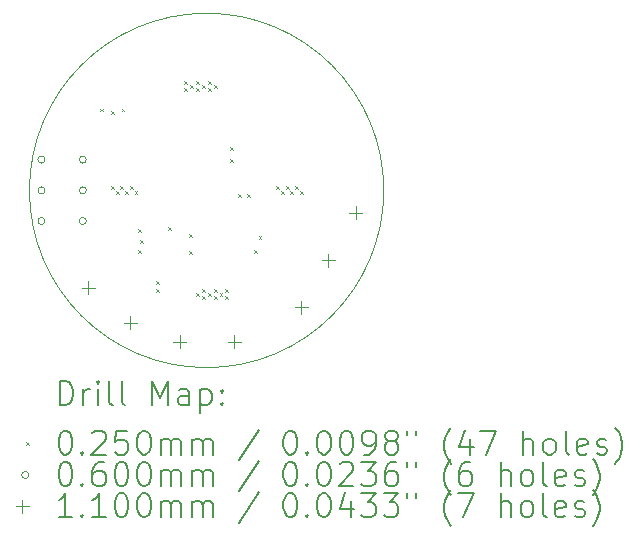
<source format=gbr>
%TF.GenerationSoftware,KiCad,Pcbnew,8.0.0*%
%TF.CreationDate,2024-03-10T03:07:15-05:00*%
%TF.ProjectId,Flashlight,466c6173-686c-4696-9768-742e6b696361,1.0*%
%TF.SameCoordinates,Original*%
%TF.FileFunction,Drillmap*%
%TF.FilePolarity,Positive*%
%FSLAX45Y45*%
G04 Gerber Fmt 4.5, Leading zero omitted, Abs format (unit mm)*
G04 Created by KiCad (PCBNEW 8.0.0) date 2024-03-10 03:07:15*
%MOMM*%
%LPD*%
G01*
G04 APERTURE LIST*
%ADD10C,0.100000*%
%ADD11C,0.200000*%
%ADD12C,0.110000*%
G04 APERTURE END LIST*
D10*
X12988000Y-6481000D02*
G75*
G02*
X9988000Y-6481000I-1500000J0D01*
G01*
X9988000Y-6481000D02*
G75*
G02*
X12988000Y-6481000I1500000J0D01*
G01*
D11*
D10*
X10587500Y-5787500D02*
X10612500Y-5812500D01*
X10612500Y-5787500D02*
X10587500Y-5812500D01*
X10677500Y-5807500D02*
X10702500Y-5832500D01*
X10702500Y-5807500D02*
X10677500Y-5832500D01*
X10677500Y-6447500D02*
X10702500Y-6472500D01*
X10702500Y-6447500D02*
X10677500Y-6472500D01*
X10717500Y-6487500D02*
X10742500Y-6512500D01*
X10742500Y-6487500D02*
X10717500Y-6512500D01*
X10757500Y-6447500D02*
X10782500Y-6472500D01*
X10782500Y-6447500D02*
X10757500Y-6472500D01*
X10767500Y-5787500D02*
X10792500Y-5812500D01*
X10792500Y-5787500D02*
X10767500Y-5812500D01*
X10797500Y-6487500D02*
X10822500Y-6512500D01*
X10822500Y-6487500D02*
X10797500Y-6512500D01*
X10837500Y-6447500D02*
X10862500Y-6472500D01*
X10862500Y-6447500D02*
X10837500Y-6472500D01*
X10877500Y-6487500D02*
X10902500Y-6512500D01*
X10902500Y-6487500D02*
X10877500Y-6512500D01*
X10907500Y-6807500D02*
X10932500Y-6832500D01*
X10932500Y-6807500D02*
X10907500Y-6832500D01*
X10907500Y-6987500D02*
X10932500Y-7012500D01*
X10932500Y-6987500D02*
X10907500Y-7012500D01*
X10927500Y-6897500D02*
X10952500Y-6922500D01*
X10952500Y-6897500D02*
X10927500Y-6922500D01*
X11057500Y-7247500D02*
X11082500Y-7272500D01*
X11082500Y-7247500D02*
X11057500Y-7272500D01*
X11057500Y-7317500D02*
X11082500Y-7342500D01*
X11082500Y-7317500D02*
X11057500Y-7342500D01*
X11162500Y-6792500D02*
X11187500Y-6817500D01*
X11187500Y-6792500D02*
X11162500Y-6817500D01*
X11297500Y-5557500D02*
X11322500Y-5582500D01*
X11322500Y-5557500D02*
X11297500Y-5582500D01*
X11297500Y-5617500D02*
X11322500Y-5642500D01*
X11322500Y-5617500D02*
X11297500Y-5642500D01*
X11337500Y-6847500D02*
X11362500Y-6872500D01*
X11362500Y-6847500D02*
X11337500Y-6872500D01*
X11337500Y-6992500D02*
X11362500Y-7017500D01*
X11362500Y-6992500D02*
X11337500Y-7017500D01*
X11347500Y-5587500D02*
X11372500Y-5612500D01*
X11372500Y-5587500D02*
X11347500Y-5612500D01*
X11397500Y-5557500D02*
X11422500Y-5582500D01*
X11422500Y-5557500D02*
X11397500Y-5582500D01*
X11397500Y-5617500D02*
X11422500Y-5642500D01*
X11422500Y-5617500D02*
X11397500Y-5642500D01*
X11397500Y-7347500D02*
X11422500Y-7372500D01*
X11422500Y-7347500D02*
X11397500Y-7372500D01*
X11447500Y-5587500D02*
X11472500Y-5612500D01*
X11472500Y-5587500D02*
X11447500Y-5612500D01*
X11447500Y-7317500D02*
X11472500Y-7342500D01*
X11472500Y-7317500D02*
X11447500Y-7342500D01*
X11447500Y-7377500D02*
X11472500Y-7402500D01*
X11472500Y-7377500D02*
X11447500Y-7402500D01*
X11497500Y-5557500D02*
X11522500Y-5582500D01*
X11522500Y-5557500D02*
X11497500Y-5582500D01*
X11497500Y-5617500D02*
X11522500Y-5642500D01*
X11522500Y-5617500D02*
X11497500Y-5642500D01*
X11497500Y-7347500D02*
X11522500Y-7372500D01*
X11522500Y-7347500D02*
X11497500Y-7372500D01*
X11547500Y-5587500D02*
X11572500Y-5612500D01*
X11572500Y-5587500D02*
X11547500Y-5612500D01*
X11547500Y-7317500D02*
X11572500Y-7342500D01*
X11572500Y-7317500D02*
X11547500Y-7342500D01*
X11547500Y-7377500D02*
X11572500Y-7402500D01*
X11572500Y-7377500D02*
X11547500Y-7402500D01*
X11597500Y-7347500D02*
X11622500Y-7372500D01*
X11622500Y-7347500D02*
X11597500Y-7372500D01*
X11647500Y-7317500D02*
X11672500Y-7342500D01*
X11672500Y-7317500D02*
X11647500Y-7342500D01*
X11647500Y-7377500D02*
X11672500Y-7402500D01*
X11672500Y-7377500D02*
X11647500Y-7402500D01*
X11687500Y-6111069D02*
X11712500Y-6136069D01*
X11712500Y-6111069D02*
X11687500Y-6136069D01*
X11687500Y-6217500D02*
X11712500Y-6242500D01*
X11712500Y-6217500D02*
X11687500Y-6242500D01*
X11757500Y-6507500D02*
X11782500Y-6532500D01*
X11782500Y-6507500D02*
X11757500Y-6532500D01*
X11827500Y-6507500D02*
X11852500Y-6532500D01*
X11852500Y-6507500D02*
X11827500Y-6532500D01*
X11887500Y-6987500D02*
X11912500Y-7012500D01*
X11912500Y-6987500D02*
X11887500Y-7012500D01*
X11927500Y-6867500D02*
X11952500Y-6892500D01*
X11952500Y-6867500D02*
X11927500Y-6892500D01*
X12077500Y-6447500D02*
X12102500Y-6472500D01*
X12102500Y-6447500D02*
X12077500Y-6472500D01*
X12117500Y-6487500D02*
X12142500Y-6512500D01*
X12142500Y-6487500D02*
X12117500Y-6512500D01*
X12157500Y-6447500D02*
X12182500Y-6472500D01*
X12182500Y-6447500D02*
X12157500Y-6472500D01*
X12197500Y-6487500D02*
X12222500Y-6512500D01*
X12222500Y-6487500D02*
X12197500Y-6512500D01*
X12237500Y-6447500D02*
X12262500Y-6472500D01*
X12262500Y-6447500D02*
X12237500Y-6472500D01*
X12277500Y-6487500D02*
X12302500Y-6512500D01*
X12302500Y-6487500D02*
X12277500Y-6512500D01*
X10120000Y-6220000D02*
G75*
G02*
X10060000Y-6220000I-30000J0D01*
G01*
X10060000Y-6220000D02*
G75*
G02*
X10120000Y-6220000I30000J0D01*
G01*
X10120000Y-6480000D02*
G75*
G02*
X10060000Y-6480000I-30000J0D01*
G01*
X10060000Y-6480000D02*
G75*
G02*
X10120000Y-6480000I30000J0D01*
G01*
X10120000Y-6740000D02*
G75*
G02*
X10060000Y-6740000I-30000J0D01*
G01*
X10060000Y-6740000D02*
G75*
G02*
X10120000Y-6740000I30000J0D01*
G01*
X10470000Y-6220000D02*
G75*
G02*
X10410000Y-6220000I-30000J0D01*
G01*
X10410000Y-6220000D02*
G75*
G02*
X10470000Y-6220000I30000J0D01*
G01*
X10470000Y-6480000D02*
G75*
G02*
X10410000Y-6480000I-30000J0D01*
G01*
X10410000Y-6480000D02*
G75*
G02*
X10470000Y-6480000I30000J0D01*
G01*
X10470000Y-6740000D02*
G75*
G02*
X10410000Y-6740000I-30000J0D01*
G01*
X10410000Y-6740000D02*
G75*
G02*
X10470000Y-6740000I30000J0D01*
G01*
D12*
X10487620Y-7249318D02*
X10487620Y-7359318D01*
X10432620Y-7304318D02*
X10542620Y-7304318D01*
X10840000Y-7545000D02*
X10840000Y-7655000D01*
X10785000Y-7600000D02*
X10895000Y-7600000D01*
X11260000Y-7705000D02*
X11260000Y-7815000D01*
X11205000Y-7760000D02*
X11315000Y-7760000D01*
X11720000Y-7705000D02*
X11720000Y-7815000D01*
X11665000Y-7760000D02*
X11775000Y-7760000D01*
X12290000Y-7413372D02*
X12290000Y-7523372D01*
X12235000Y-7468372D02*
X12345000Y-7468372D01*
X12520000Y-7015000D02*
X12520000Y-7125000D01*
X12465000Y-7070000D02*
X12575000Y-7070000D01*
X12750000Y-6616628D02*
X12750000Y-6726628D01*
X12695000Y-6671628D02*
X12805000Y-6671628D01*
D11*
X10243777Y-8297484D02*
X10243777Y-8097484D01*
X10243777Y-8097484D02*
X10291396Y-8097484D01*
X10291396Y-8097484D02*
X10319967Y-8107008D01*
X10319967Y-8107008D02*
X10339015Y-8126055D01*
X10339015Y-8126055D02*
X10348539Y-8145103D01*
X10348539Y-8145103D02*
X10358063Y-8183198D01*
X10358063Y-8183198D02*
X10358063Y-8211769D01*
X10358063Y-8211769D02*
X10348539Y-8249865D01*
X10348539Y-8249865D02*
X10339015Y-8268912D01*
X10339015Y-8268912D02*
X10319967Y-8287960D01*
X10319967Y-8287960D02*
X10291396Y-8297484D01*
X10291396Y-8297484D02*
X10243777Y-8297484D01*
X10443777Y-8297484D02*
X10443777Y-8164150D01*
X10443777Y-8202246D02*
X10453301Y-8183198D01*
X10453301Y-8183198D02*
X10462824Y-8173674D01*
X10462824Y-8173674D02*
X10481872Y-8164150D01*
X10481872Y-8164150D02*
X10500920Y-8164150D01*
X10567586Y-8297484D02*
X10567586Y-8164150D01*
X10567586Y-8097484D02*
X10558063Y-8107008D01*
X10558063Y-8107008D02*
X10567586Y-8116531D01*
X10567586Y-8116531D02*
X10577110Y-8107008D01*
X10577110Y-8107008D02*
X10567586Y-8097484D01*
X10567586Y-8097484D02*
X10567586Y-8116531D01*
X10691396Y-8297484D02*
X10672348Y-8287960D01*
X10672348Y-8287960D02*
X10662824Y-8268912D01*
X10662824Y-8268912D02*
X10662824Y-8097484D01*
X10796158Y-8297484D02*
X10777110Y-8287960D01*
X10777110Y-8287960D02*
X10767586Y-8268912D01*
X10767586Y-8268912D02*
X10767586Y-8097484D01*
X11024729Y-8297484D02*
X11024729Y-8097484D01*
X11024729Y-8097484D02*
X11091396Y-8240341D01*
X11091396Y-8240341D02*
X11158063Y-8097484D01*
X11158063Y-8097484D02*
X11158063Y-8297484D01*
X11339015Y-8297484D02*
X11339015Y-8192722D01*
X11339015Y-8192722D02*
X11329491Y-8173674D01*
X11329491Y-8173674D02*
X11310443Y-8164150D01*
X11310443Y-8164150D02*
X11272348Y-8164150D01*
X11272348Y-8164150D02*
X11253301Y-8173674D01*
X11339015Y-8287960D02*
X11319967Y-8297484D01*
X11319967Y-8297484D02*
X11272348Y-8297484D01*
X11272348Y-8297484D02*
X11253301Y-8287960D01*
X11253301Y-8287960D02*
X11243777Y-8268912D01*
X11243777Y-8268912D02*
X11243777Y-8249865D01*
X11243777Y-8249865D02*
X11253301Y-8230817D01*
X11253301Y-8230817D02*
X11272348Y-8221293D01*
X11272348Y-8221293D02*
X11319967Y-8221293D01*
X11319967Y-8221293D02*
X11339015Y-8211769D01*
X11434253Y-8164150D02*
X11434253Y-8364150D01*
X11434253Y-8173674D02*
X11453301Y-8164150D01*
X11453301Y-8164150D02*
X11491396Y-8164150D01*
X11491396Y-8164150D02*
X11510443Y-8173674D01*
X11510443Y-8173674D02*
X11519967Y-8183198D01*
X11519967Y-8183198D02*
X11529491Y-8202246D01*
X11529491Y-8202246D02*
X11529491Y-8259388D01*
X11529491Y-8259388D02*
X11519967Y-8278436D01*
X11519967Y-8278436D02*
X11510443Y-8287960D01*
X11510443Y-8287960D02*
X11491396Y-8297484D01*
X11491396Y-8297484D02*
X11453301Y-8297484D01*
X11453301Y-8297484D02*
X11434253Y-8287960D01*
X11615205Y-8278436D02*
X11624729Y-8287960D01*
X11624729Y-8287960D02*
X11615205Y-8297484D01*
X11615205Y-8297484D02*
X11605682Y-8287960D01*
X11605682Y-8287960D02*
X11615205Y-8278436D01*
X11615205Y-8278436D02*
X11615205Y-8297484D01*
X11615205Y-8173674D02*
X11624729Y-8183198D01*
X11624729Y-8183198D02*
X11615205Y-8192722D01*
X11615205Y-8192722D02*
X11605682Y-8183198D01*
X11605682Y-8183198D02*
X11615205Y-8173674D01*
X11615205Y-8173674D02*
X11615205Y-8192722D01*
D10*
X9958000Y-8613500D02*
X9983000Y-8638500D01*
X9983000Y-8613500D02*
X9958000Y-8638500D01*
D11*
X10281872Y-8517484D02*
X10300920Y-8517484D01*
X10300920Y-8517484D02*
X10319967Y-8527008D01*
X10319967Y-8527008D02*
X10329491Y-8536531D01*
X10329491Y-8536531D02*
X10339015Y-8555579D01*
X10339015Y-8555579D02*
X10348539Y-8593674D01*
X10348539Y-8593674D02*
X10348539Y-8641293D01*
X10348539Y-8641293D02*
X10339015Y-8679389D01*
X10339015Y-8679389D02*
X10329491Y-8698436D01*
X10329491Y-8698436D02*
X10319967Y-8707960D01*
X10319967Y-8707960D02*
X10300920Y-8717484D01*
X10300920Y-8717484D02*
X10281872Y-8717484D01*
X10281872Y-8717484D02*
X10262824Y-8707960D01*
X10262824Y-8707960D02*
X10253301Y-8698436D01*
X10253301Y-8698436D02*
X10243777Y-8679389D01*
X10243777Y-8679389D02*
X10234253Y-8641293D01*
X10234253Y-8641293D02*
X10234253Y-8593674D01*
X10234253Y-8593674D02*
X10243777Y-8555579D01*
X10243777Y-8555579D02*
X10253301Y-8536531D01*
X10253301Y-8536531D02*
X10262824Y-8527008D01*
X10262824Y-8527008D02*
X10281872Y-8517484D01*
X10434253Y-8698436D02*
X10443777Y-8707960D01*
X10443777Y-8707960D02*
X10434253Y-8717484D01*
X10434253Y-8717484D02*
X10424729Y-8707960D01*
X10424729Y-8707960D02*
X10434253Y-8698436D01*
X10434253Y-8698436D02*
X10434253Y-8717484D01*
X10519967Y-8536531D02*
X10529491Y-8527008D01*
X10529491Y-8527008D02*
X10548539Y-8517484D01*
X10548539Y-8517484D02*
X10596158Y-8517484D01*
X10596158Y-8517484D02*
X10615205Y-8527008D01*
X10615205Y-8527008D02*
X10624729Y-8536531D01*
X10624729Y-8536531D02*
X10634253Y-8555579D01*
X10634253Y-8555579D02*
X10634253Y-8574627D01*
X10634253Y-8574627D02*
X10624729Y-8603198D01*
X10624729Y-8603198D02*
X10510444Y-8717484D01*
X10510444Y-8717484D02*
X10634253Y-8717484D01*
X10815205Y-8517484D02*
X10719967Y-8517484D01*
X10719967Y-8517484D02*
X10710444Y-8612722D01*
X10710444Y-8612722D02*
X10719967Y-8603198D01*
X10719967Y-8603198D02*
X10739015Y-8593674D01*
X10739015Y-8593674D02*
X10786634Y-8593674D01*
X10786634Y-8593674D02*
X10805682Y-8603198D01*
X10805682Y-8603198D02*
X10815205Y-8612722D01*
X10815205Y-8612722D02*
X10824729Y-8631770D01*
X10824729Y-8631770D02*
X10824729Y-8679389D01*
X10824729Y-8679389D02*
X10815205Y-8698436D01*
X10815205Y-8698436D02*
X10805682Y-8707960D01*
X10805682Y-8707960D02*
X10786634Y-8717484D01*
X10786634Y-8717484D02*
X10739015Y-8717484D01*
X10739015Y-8717484D02*
X10719967Y-8707960D01*
X10719967Y-8707960D02*
X10710444Y-8698436D01*
X10948539Y-8517484D02*
X10967586Y-8517484D01*
X10967586Y-8517484D02*
X10986634Y-8527008D01*
X10986634Y-8527008D02*
X10996158Y-8536531D01*
X10996158Y-8536531D02*
X11005682Y-8555579D01*
X11005682Y-8555579D02*
X11015205Y-8593674D01*
X11015205Y-8593674D02*
X11015205Y-8641293D01*
X11015205Y-8641293D02*
X11005682Y-8679389D01*
X11005682Y-8679389D02*
X10996158Y-8698436D01*
X10996158Y-8698436D02*
X10986634Y-8707960D01*
X10986634Y-8707960D02*
X10967586Y-8717484D01*
X10967586Y-8717484D02*
X10948539Y-8717484D01*
X10948539Y-8717484D02*
X10929491Y-8707960D01*
X10929491Y-8707960D02*
X10919967Y-8698436D01*
X10919967Y-8698436D02*
X10910444Y-8679389D01*
X10910444Y-8679389D02*
X10900920Y-8641293D01*
X10900920Y-8641293D02*
X10900920Y-8593674D01*
X10900920Y-8593674D02*
X10910444Y-8555579D01*
X10910444Y-8555579D02*
X10919967Y-8536531D01*
X10919967Y-8536531D02*
X10929491Y-8527008D01*
X10929491Y-8527008D02*
X10948539Y-8517484D01*
X11100920Y-8717484D02*
X11100920Y-8584150D01*
X11100920Y-8603198D02*
X11110444Y-8593674D01*
X11110444Y-8593674D02*
X11129491Y-8584150D01*
X11129491Y-8584150D02*
X11158063Y-8584150D01*
X11158063Y-8584150D02*
X11177110Y-8593674D01*
X11177110Y-8593674D02*
X11186634Y-8612722D01*
X11186634Y-8612722D02*
X11186634Y-8717484D01*
X11186634Y-8612722D02*
X11196158Y-8593674D01*
X11196158Y-8593674D02*
X11215205Y-8584150D01*
X11215205Y-8584150D02*
X11243777Y-8584150D01*
X11243777Y-8584150D02*
X11262824Y-8593674D01*
X11262824Y-8593674D02*
X11272348Y-8612722D01*
X11272348Y-8612722D02*
X11272348Y-8717484D01*
X11367586Y-8717484D02*
X11367586Y-8584150D01*
X11367586Y-8603198D02*
X11377110Y-8593674D01*
X11377110Y-8593674D02*
X11396158Y-8584150D01*
X11396158Y-8584150D02*
X11424729Y-8584150D01*
X11424729Y-8584150D02*
X11443777Y-8593674D01*
X11443777Y-8593674D02*
X11453301Y-8612722D01*
X11453301Y-8612722D02*
X11453301Y-8717484D01*
X11453301Y-8612722D02*
X11462824Y-8593674D01*
X11462824Y-8593674D02*
X11481872Y-8584150D01*
X11481872Y-8584150D02*
X11510443Y-8584150D01*
X11510443Y-8584150D02*
X11529491Y-8593674D01*
X11529491Y-8593674D02*
X11539015Y-8612722D01*
X11539015Y-8612722D02*
X11539015Y-8717484D01*
X11929491Y-8507960D02*
X11758063Y-8765103D01*
X12186634Y-8517484D02*
X12205682Y-8517484D01*
X12205682Y-8517484D02*
X12224729Y-8527008D01*
X12224729Y-8527008D02*
X12234253Y-8536531D01*
X12234253Y-8536531D02*
X12243777Y-8555579D01*
X12243777Y-8555579D02*
X12253301Y-8593674D01*
X12253301Y-8593674D02*
X12253301Y-8641293D01*
X12253301Y-8641293D02*
X12243777Y-8679389D01*
X12243777Y-8679389D02*
X12234253Y-8698436D01*
X12234253Y-8698436D02*
X12224729Y-8707960D01*
X12224729Y-8707960D02*
X12205682Y-8717484D01*
X12205682Y-8717484D02*
X12186634Y-8717484D01*
X12186634Y-8717484D02*
X12167586Y-8707960D01*
X12167586Y-8707960D02*
X12158063Y-8698436D01*
X12158063Y-8698436D02*
X12148539Y-8679389D01*
X12148539Y-8679389D02*
X12139015Y-8641293D01*
X12139015Y-8641293D02*
X12139015Y-8593674D01*
X12139015Y-8593674D02*
X12148539Y-8555579D01*
X12148539Y-8555579D02*
X12158063Y-8536531D01*
X12158063Y-8536531D02*
X12167586Y-8527008D01*
X12167586Y-8527008D02*
X12186634Y-8517484D01*
X12339015Y-8698436D02*
X12348539Y-8707960D01*
X12348539Y-8707960D02*
X12339015Y-8717484D01*
X12339015Y-8717484D02*
X12329491Y-8707960D01*
X12329491Y-8707960D02*
X12339015Y-8698436D01*
X12339015Y-8698436D02*
X12339015Y-8717484D01*
X12472348Y-8517484D02*
X12491396Y-8517484D01*
X12491396Y-8517484D02*
X12510444Y-8527008D01*
X12510444Y-8527008D02*
X12519967Y-8536531D01*
X12519967Y-8536531D02*
X12529491Y-8555579D01*
X12529491Y-8555579D02*
X12539015Y-8593674D01*
X12539015Y-8593674D02*
X12539015Y-8641293D01*
X12539015Y-8641293D02*
X12529491Y-8679389D01*
X12529491Y-8679389D02*
X12519967Y-8698436D01*
X12519967Y-8698436D02*
X12510444Y-8707960D01*
X12510444Y-8707960D02*
X12491396Y-8717484D01*
X12491396Y-8717484D02*
X12472348Y-8717484D01*
X12472348Y-8717484D02*
X12453301Y-8707960D01*
X12453301Y-8707960D02*
X12443777Y-8698436D01*
X12443777Y-8698436D02*
X12434253Y-8679389D01*
X12434253Y-8679389D02*
X12424729Y-8641293D01*
X12424729Y-8641293D02*
X12424729Y-8593674D01*
X12424729Y-8593674D02*
X12434253Y-8555579D01*
X12434253Y-8555579D02*
X12443777Y-8536531D01*
X12443777Y-8536531D02*
X12453301Y-8527008D01*
X12453301Y-8527008D02*
X12472348Y-8517484D01*
X12662825Y-8517484D02*
X12681872Y-8517484D01*
X12681872Y-8517484D02*
X12700920Y-8527008D01*
X12700920Y-8527008D02*
X12710444Y-8536531D01*
X12710444Y-8536531D02*
X12719967Y-8555579D01*
X12719967Y-8555579D02*
X12729491Y-8593674D01*
X12729491Y-8593674D02*
X12729491Y-8641293D01*
X12729491Y-8641293D02*
X12719967Y-8679389D01*
X12719967Y-8679389D02*
X12710444Y-8698436D01*
X12710444Y-8698436D02*
X12700920Y-8707960D01*
X12700920Y-8707960D02*
X12681872Y-8717484D01*
X12681872Y-8717484D02*
X12662825Y-8717484D01*
X12662825Y-8717484D02*
X12643777Y-8707960D01*
X12643777Y-8707960D02*
X12634253Y-8698436D01*
X12634253Y-8698436D02*
X12624729Y-8679389D01*
X12624729Y-8679389D02*
X12615206Y-8641293D01*
X12615206Y-8641293D02*
X12615206Y-8593674D01*
X12615206Y-8593674D02*
X12624729Y-8555579D01*
X12624729Y-8555579D02*
X12634253Y-8536531D01*
X12634253Y-8536531D02*
X12643777Y-8527008D01*
X12643777Y-8527008D02*
X12662825Y-8517484D01*
X12824729Y-8717484D02*
X12862825Y-8717484D01*
X12862825Y-8717484D02*
X12881872Y-8707960D01*
X12881872Y-8707960D02*
X12891396Y-8698436D01*
X12891396Y-8698436D02*
X12910444Y-8669865D01*
X12910444Y-8669865D02*
X12919967Y-8631770D01*
X12919967Y-8631770D02*
X12919967Y-8555579D01*
X12919967Y-8555579D02*
X12910444Y-8536531D01*
X12910444Y-8536531D02*
X12900920Y-8527008D01*
X12900920Y-8527008D02*
X12881872Y-8517484D01*
X12881872Y-8517484D02*
X12843777Y-8517484D01*
X12843777Y-8517484D02*
X12824729Y-8527008D01*
X12824729Y-8527008D02*
X12815206Y-8536531D01*
X12815206Y-8536531D02*
X12805682Y-8555579D01*
X12805682Y-8555579D02*
X12805682Y-8603198D01*
X12805682Y-8603198D02*
X12815206Y-8622246D01*
X12815206Y-8622246D02*
X12824729Y-8631770D01*
X12824729Y-8631770D02*
X12843777Y-8641293D01*
X12843777Y-8641293D02*
X12881872Y-8641293D01*
X12881872Y-8641293D02*
X12900920Y-8631770D01*
X12900920Y-8631770D02*
X12910444Y-8622246D01*
X12910444Y-8622246D02*
X12919967Y-8603198D01*
X13034253Y-8603198D02*
X13015206Y-8593674D01*
X13015206Y-8593674D02*
X13005682Y-8584150D01*
X13005682Y-8584150D02*
X12996158Y-8565103D01*
X12996158Y-8565103D02*
X12996158Y-8555579D01*
X12996158Y-8555579D02*
X13005682Y-8536531D01*
X13005682Y-8536531D02*
X13015206Y-8527008D01*
X13015206Y-8527008D02*
X13034253Y-8517484D01*
X13034253Y-8517484D02*
X13072348Y-8517484D01*
X13072348Y-8517484D02*
X13091396Y-8527008D01*
X13091396Y-8527008D02*
X13100920Y-8536531D01*
X13100920Y-8536531D02*
X13110444Y-8555579D01*
X13110444Y-8555579D02*
X13110444Y-8565103D01*
X13110444Y-8565103D02*
X13100920Y-8584150D01*
X13100920Y-8584150D02*
X13091396Y-8593674D01*
X13091396Y-8593674D02*
X13072348Y-8603198D01*
X13072348Y-8603198D02*
X13034253Y-8603198D01*
X13034253Y-8603198D02*
X13015206Y-8612722D01*
X13015206Y-8612722D02*
X13005682Y-8622246D01*
X13005682Y-8622246D02*
X12996158Y-8641293D01*
X12996158Y-8641293D02*
X12996158Y-8679389D01*
X12996158Y-8679389D02*
X13005682Y-8698436D01*
X13005682Y-8698436D02*
X13015206Y-8707960D01*
X13015206Y-8707960D02*
X13034253Y-8717484D01*
X13034253Y-8717484D02*
X13072348Y-8717484D01*
X13072348Y-8717484D02*
X13091396Y-8707960D01*
X13091396Y-8707960D02*
X13100920Y-8698436D01*
X13100920Y-8698436D02*
X13110444Y-8679389D01*
X13110444Y-8679389D02*
X13110444Y-8641293D01*
X13110444Y-8641293D02*
X13100920Y-8622246D01*
X13100920Y-8622246D02*
X13091396Y-8612722D01*
X13091396Y-8612722D02*
X13072348Y-8603198D01*
X13186634Y-8517484D02*
X13186634Y-8555579D01*
X13262825Y-8517484D02*
X13262825Y-8555579D01*
X13558063Y-8793674D02*
X13548539Y-8784150D01*
X13548539Y-8784150D02*
X13529491Y-8755579D01*
X13529491Y-8755579D02*
X13519968Y-8736531D01*
X13519968Y-8736531D02*
X13510444Y-8707960D01*
X13510444Y-8707960D02*
X13500920Y-8660341D01*
X13500920Y-8660341D02*
X13500920Y-8622246D01*
X13500920Y-8622246D02*
X13510444Y-8574627D01*
X13510444Y-8574627D02*
X13519968Y-8546055D01*
X13519968Y-8546055D02*
X13529491Y-8527008D01*
X13529491Y-8527008D02*
X13548539Y-8498436D01*
X13548539Y-8498436D02*
X13558063Y-8488912D01*
X13719968Y-8584150D02*
X13719968Y-8717484D01*
X13672348Y-8507960D02*
X13624729Y-8650817D01*
X13624729Y-8650817D02*
X13748539Y-8650817D01*
X13805682Y-8517484D02*
X13939015Y-8517484D01*
X13939015Y-8517484D02*
X13853301Y-8717484D01*
X14167587Y-8717484D02*
X14167587Y-8517484D01*
X14253301Y-8717484D02*
X14253301Y-8612722D01*
X14253301Y-8612722D02*
X14243777Y-8593674D01*
X14243777Y-8593674D02*
X14224730Y-8584150D01*
X14224730Y-8584150D02*
X14196158Y-8584150D01*
X14196158Y-8584150D02*
X14177110Y-8593674D01*
X14177110Y-8593674D02*
X14167587Y-8603198D01*
X14377110Y-8717484D02*
X14358063Y-8707960D01*
X14358063Y-8707960D02*
X14348539Y-8698436D01*
X14348539Y-8698436D02*
X14339015Y-8679389D01*
X14339015Y-8679389D02*
X14339015Y-8622246D01*
X14339015Y-8622246D02*
X14348539Y-8603198D01*
X14348539Y-8603198D02*
X14358063Y-8593674D01*
X14358063Y-8593674D02*
X14377110Y-8584150D01*
X14377110Y-8584150D02*
X14405682Y-8584150D01*
X14405682Y-8584150D02*
X14424730Y-8593674D01*
X14424730Y-8593674D02*
X14434253Y-8603198D01*
X14434253Y-8603198D02*
X14443777Y-8622246D01*
X14443777Y-8622246D02*
X14443777Y-8679389D01*
X14443777Y-8679389D02*
X14434253Y-8698436D01*
X14434253Y-8698436D02*
X14424730Y-8707960D01*
X14424730Y-8707960D02*
X14405682Y-8717484D01*
X14405682Y-8717484D02*
X14377110Y-8717484D01*
X14558063Y-8717484D02*
X14539015Y-8707960D01*
X14539015Y-8707960D02*
X14529491Y-8688912D01*
X14529491Y-8688912D02*
X14529491Y-8517484D01*
X14710444Y-8707960D02*
X14691396Y-8717484D01*
X14691396Y-8717484D02*
X14653301Y-8717484D01*
X14653301Y-8717484D02*
X14634253Y-8707960D01*
X14634253Y-8707960D02*
X14624730Y-8688912D01*
X14624730Y-8688912D02*
X14624730Y-8612722D01*
X14624730Y-8612722D02*
X14634253Y-8593674D01*
X14634253Y-8593674D02*
X14653301Y-8584150D01*
X14653301Y-8584150D02*
X14691396Y-8584150D01*
X14691396Y-8584150D02*
X14710444Y-8593674D01*
X14710444Y-8593674D02*
X14719968Y-8612722D01*
X14719968Y-8612722D02*
X14719968Y-8631770D01*
X14719968Y-8631770D02*
X14624730Y-8650817D01*
X14796158Y-8707960D02*
X14815206Y-8717484D01*
X14815206Y-8717484D02*
X14853301Y-8717484D01*
X14853301Y-8717484D02*
X14872349Y-8707960D01*
X14872349Y-8707960D02*
X14881872Y-8688912D01*
X14881872Y-8688912D02*
X14881872Y-8679389D01*
X14881872Y-8679389D02*
X14872349Y-8660341D01*
X14872349Y-8660341D02*
X14853301Y-8650817D01*
X14853301Y-8650817D02*
X14824730Y-8650817D01*
X14824730Y-8650817D02*
X14805682Y-8641293D01*
X14805682Y-8641293D02*
X14796158Y-8622246D01*
X14796158Y-8622246D02*
X14796158Y-8612722D01*
X14796158Y-8612722D02*
X14805682Y-8593674D01*
X14805682Y-8593674D02*
X14824730Y-8584150D01*
X14824730Y-8584150D02*
X14853301Y-8584150D01*
X14853301Y-8584150D02*
X14872349Y-8593674D01*
X14948539Y-8793674D02*
X14958063Y-8784150D01*
X14958063Y-8784150D02*
X14977111Y-8755579D01*
X14977111Y-8755579D02*
X14986634Y-8736531D01*
X14986634Y-8736531D02*
X14996158Y-8707960D01*
X14996158Y-8707960D02*
X15005682Y-8660341D01*
X15005682Y-8660341D02*
X15005682Y-8622246D01*
X15005682Y-8622246D02*
X14996158Y-8574627D01*
X14996158Y-8574627D02*
X14986634Y-8546055D01*
X14986634Y-8546055D02*
X14977111Y-8527008D01*
X14977111Y-8527008D02*
X14958063Y-8498436D01*
X14958063Y-8498436D02*
X14948539Y-8488912D01*
D10*
X9983000Y-8890000D02*
G75*
G02*
X9923000Y-8890000I-30000J0D01*
G01*
X9923000Y-8890000D02*
G75*
G02*
X9983000Y-8890000I30000J0D01*
G01*
D11*
X10281872Y-8781484D02*
X10300920Y-8781484D01*
X10300920Y-8781484D02*
X10319967Y-8791008D01*
X10319967Y-8791008D02*
X10329491Y-8800531D01*
X10329491Y-8800531D02*
X10339015Y-8819579D01*
X10339015Y-8819579D02*
X10348539Y-8857674D01*
X10348539Y-8857674D02*
X10348539Y-8905293D01*
X10348539Y-8905293D02*
X10339015Y-8943389D01*
X10339015Y-8943389D02*
X10329491Y-8962436D01*
X10329491Y-8962436D02*
X10319967Y-8971960D01*
X10319967Y-8971960D02*
X10300920Y-8981484D01*
X10300920Y-8981484D02*
X10281872Y-8981484D01*
X10281872Y-8981484D02*
X10262824Y-8971960D01*
X10262824Y-8971960D02*
X10253301Y-8962436D01*
X10253301Y-8962436D02*
X10243777Y-8943389D01*
X10243777Y-8943389D02*
X10234253Y-8905293D01*
X10234253Y-8905293D02*
X10234253Y-8857674D01*
X10234253Y-8857674D02*
X10243777Y-8819579D01*
X10243777Y-8819579D02*
X10253301Y-8800531D01*
X10253301Y-8800531D02*
X10262824Y-8791008D01*
X10262824Y-8791008D02*
X10281872Y-8781484D01*
X10434253Y-8962436D02*
X10443777Y-8971960D01*
X10443777Y-8971960D02*
X10434253Y-8981484D01*
X10434253Y-8981484D02*
X10424729Y-8971960D01*
X10424729Y-8971960D02*
X10434253Y-8962436D01*
X10434253Y-8962436D02*
X10434253Y-8981484D01*
X10615205Y-8781484D02*
X10577110Y-8781484D01*
X10577110Y-8781484D02*
X10558063Y-8791008D01*
X10558063Y-8791008D02*
X10548539Y-8800531D01*
X10548539Y-8800531D02*
X10529491Y-8829103D01*
X10529491Y-8829103D02*
X10519967Y-8867198D01*
X10519967Y-8867198D02*
X10519967Y-8943389D01*
X10519967Y-8943389D02*
X10529491Y-8962436D01*
X10529491Y-8962436D02*
X10539015Y-8971960D01*
X10539015Y-8971960D02*
X10558063Y-8981484D01*
X10558063Y-8981484D02*
X10596158Y-8981484D01*
X10596158Y-8981484D02*
X10615205Y-8971960D01*
X10615205Y-8971960D02*
X10624729Y-8962436D01*
X10624729Y-8962436D02*
X10634253Y-8943389D01*
X10634253Y-8943389D02*
X10634253Y-8895770D01*
X10634253Y-8895770D02*
X10624729Y-8876722D01*
X10624729Y-8876722D02*
X10615205Y-8867198D01*
X10615205Y-8867198D02*
X10596158Y-8857674D01*
X10596158Y-8857674D02*
X10558063Y-8857674D01*
X10558063Y-8857674D02*
X10539015Y-8867198D01*
X10539015Y-8867198D02*
X10529491Y-8876722D01*
X10529491Y-8876722D02*
X10519967Y-8895770D01*
X10758063Y-8781484D02*
X10777110Y-8781484D01*
X10777110Y-8781484D02*
X10796158Y-8791008D01*
X10796158Y-8791008D02*
X10805682Y-8800531D01*
X10805682Y-8800531D02*
X10815205Y-8819579D01*
X10815205Y-8819579D02*
X10824729Y-8857674D01*
X10824729Y-8857674D02*
X10824729Y-8905293D01*
X10824729Y-8905293D02*
X10815205Y-8943389D01*
X10815205Y-8943389D02*
X10805682Y-8962436D01*
X10805682Y-8962436D02*
X10796158Y-8971960D01*
X10796158Y-8971960D02*
X10777110Y-8981484D01*
X10777110Y-8981484D02*
X10758063Y-8981484D01*
X10758063Y-8981484D02*
X10739015Y-8971960D01*
X10739015Y-8971960D02*
X10729491Y-8962436D01*
X10729491Y-8962436D02*
X10719967Y-8943389D01*
X10719967Y-8943389D02*
X10710444Y-8905293D01*
X10710444Y-8905293D02*
X10710444Y-8857674D01*
X10710444Y-8857674D02*
X10719967Y-8819579D01*
X10719967Y-8819579D02*
X10729491Y-8800531D01*
X10729491Y-8800531D02*
X10739015Y-8791008D01*
X10739015Y-8791008D02*
X10758063Y-8781484D01*
X10948539Y-8781484D02*
X10967586Y-8781484D01*
X10967586Y-8781484D02*
X10986634Y-8791008D01*
X10986634Y-8791008D02*
X10996158Y-8800531D01*
X10996158Y-8800531D02*
X11005682Y-8819579D01*
X11005682Y-8819579D02*
X11015205Y-8857674D01*
X11015205Y-8857674D02*
X11015205Y-8905293D01*
X11015205Y-8905293D02*
X11005682Y-8943389D01*
X11005682Y-8943389D02*
X10996158Y-8962436D01*
X10996158Y-8962436D02*
X10986634Y-8971960D01*
X10986634Y-8971960D02*
X10967586Y-8981484D01*
X10967586Y-8981484D02*
X10948539Y-8981484D01*
X10948539Y-8981484D02*
X10929491Y-8971960D01*
X10929491Y-8971960D02*
X10919967Y-8962436D01*
X10919967Y-8962436D02*
X10910444Y-8943389D01*
X10910444Y-8943389D02*
X10900920Y-8905293D01*
X10900920Y-8905293D02*
X10900920Y-8857674D01*
X10900920Y-8857674D02*
X10910444Y-8819579D01*
X10910444Y-8819579D02*
X10919967Y-8800531D01*
X10919967Y-8800531D02*
X10929491Y-8791008D01*
X10929491Y-8791008D02*
X10948539Y-8781484D01*
X11100920Y-8981484D02*
X11100920Y-8848150D01*
X11100920Y-8867198D02*
X11110444Y-8857674D01*
X11110444Y-8857674D02*
X11129491Y-8848150D01*
X11129491Y-8848150D02*
X11158063Y-8848150D01*
X11158063Y-8848150D02*
X11177110Y-8857674D01*
X11177110Y-8857674D02*
X11186634Y-8876722D01*
X11186634Y-8876722D02*
X11186634Y-8981484D01*
X11186634Y-8876722D02*
X11196158Y-8857674D01*
X11196158Y-8857674D02*
X11215205Y-8848150D01*
X11215205Y-8848150D02*
X11243777Y-8848150D01*
X11243777Y-8848150D02*
X11262824Y-8857674D01*
X11262824Y-8857674D02*
X11272348Y-8876722D01*
X11272348Y-8876722D02*
X11272348Y-8981484D01*
X11367586Y-8981484D02*
X11367586Y-8848150D01*
X11367586Y-8867198D02*
X11377110Y-8857674D01*
X11377110Y-8857674D02*
X11396158Y-8848150D01*
X11396158Y-8848150D02*
X11424729Y-8848150D01*
X11424729Y-8848150D02*
X11443777Y-8857674D01*
X11443777Y-8857674D02*
X11453301Y-8876722D01*
X11453301Y-8876722D02*
X11453301Y-8981484D01*
X11453301Y-8876722D02*
X11462824Y-8857674D01*
X11462824Y-8857674D02*
X11481872Y-8848150D01*
X11481872Y-8848150D02*
X11510443Y-8848150D01*
X11510443Y-8848150D02*
X11529491Y-8857674D01*
X11529491Y-8857674D02*
X11539015Y-8876722D01*
X11539015Y-8876722D02*
X11539015Y-8981484D01*
X11929491Y-8771960D02*
X11758063Y-9029103D01*
X12186634Y-8781484D02*
X12205682Y-8781484D01*
X12205682Y-8781484D02*
X12224729Y-8791008D01*
X12224729Y-8791008D02*
X12234253Y-8800531D01*
X12234253Y-8800531D02*
X12243777Y-8819579D01*
X12243777Y-8819579D02*
X12253301Y-8857674D01*
X12253301Y-8857674D02*
X12253301Y-8905293D01*
X12253301Y-8905293D02*
X12243777Y-8943389D01*
X12243777Y-8943389D02*
X12234253Y-8962436D01*
X12234253Y-8962436D02*
X12224729Y-8971960D01*
X12224729Y-8971960D02*
X12205682Y-8981484D01*
X12205682Y-8981484D02*
X12186634Y-8981484D01*
X12186634Y-8981484D02*
X12167586Y-8971960D01*
X12167586Y-8971960D02*
X12158063Y-8962436D01*
X12158063Y-8962436D02*
X12148539Y-8943389D01*
X12148539Y-8943389D02*
X12139015Y-8905293D01*
X12139015Y-8905293D02*
X12139015Y-8857674D01*
X12139015Y-8857674D02*
X12148539Y-8819579D01*
X12148539Y-8819579D02*
X12158063Y-8800531D01*
X12158063Y-8800531D02*
X12167586Y-8791008D01*
X12167586Y-8791008D02*
X12186634Y-8781484D01*
X12339015Y-8962436D02*
X12348539Y-8971960D01*
X12348539Y-8971960D02*
X12339015Y-8981484D01*
X12339015Y-8981484D02*
X12329491Y-8971960D01*
X12329491Y-8971960D02*
X12339015Y-8962436D01*
X12339015Y-8962436D02*
X12339015Y-8981484D01*
X12472348Y-8781484D02*
X12491396Y-8781484D01*
X12491396Y-8781484D02*
X12510444Y-8791008D01*
X12510444Y-8791008D02*
X12519967Y-8800531D01*
X12519967Y-8800531D02*
X12529491Y-8819579D01*
X12529491Y-8819579D02*
X12539015Y-8857674D01*
X12539015Y-8857674D02*
X12539015Y-8905293D01*
X12539015Y-8905293D02*
X12529491Y-8943389D01*
X12529491Y-8943389D02*
X12519967Y-8962436D01*
X12519967Y-8962436D02*
X12510444Y-8971960D01*
X12510444Y-8971960D02*
X12491396Y-8981484D01*
X12491396Y-8981484D02*
X12472348Y-8981484D01*
X12472348Y-8981484D02*
X12453301Y-8971960D01*
X12453301Y-8971960D02*
X12443777Y-8962436D01*
X12443777Y-8962436D02*
X12434253Y-8943389D01*
X12434253Y-8943389D02*
X12424729Y-8905293D01*
X12424729Y-8905293D02*
X12424729Y-8857674D01*
X12424729Y-8857674D02*
X12434253Y-8819579D01*
X12434253Y-8819579D02*
X12443777Y-8800531D01*
X12443777Y-8800531D02*
X12453301Y-8791008D01*
X12453301Y-8791008D02*
X12472348Y-8781484D01*
X12615206Y-8800531D02*
X12624729Y-8791008D01*
X12624729Y-8791008D02*
X12643777Y-8781484D01*
X12643777Y-8781484D02*
X12691396Y-8781484D01*
X12691396Y-8781484D02*
X12710444Y-8791008D01*
X12710444Y-8791008D02*
X12719967Y-8800531D01*
X12719967Y-8800531D02*
X12729491Y-8819579D01*
X12729491Y-8819579D02*
X12729491Y-8838627D01*
X12729491Y-8838627D02*
X12719967Y-8867198D01*
X12719967Y-8867198D02*
X12605682Y-8981484D01*
X12605682Y-8981484D02*
X12729491Y-8981484D01*
X12796158Y-8781484D02*
X12919967Y-8781484D01*
X12919967Y-8781484D02*
X12853301Y-8857674D01*
X12853301Y-8857674D02*
X12881872Y-8857674D01*
X12881872Y-8857674D02*
X12900920Y-8867198D01*
X12900920Y-8867198D02*
X12910444Y-8876722D01*
X12910444Y-8876722D02*
X12919967Y-8895770D01*
X12919967Y-8895770D02*
X12919967Y-8943389D01*
X12919967Y-8943389D02*
X12910444Y-8962436D01*
X12910444Y-8962436D02*
X12900920Y-8971960D01*
X12900920Y-8971960D02*
X12881872Y-8981484D01*
X12881872Y-8981484D02*
X12824729Y-8981484D01*
X12824729Y-8981484D02*
X12805682Y-8971960D01*
X12805682Y-8971960D02*
X12796158Y-8962436D01*
X13091396Y-8781484D02*
X13053301Y-8781484D01*
X13053301Y-8781484D02*
X13034253Y-8791008D01*
X13034253Y-8791008D02*
X13024729Y-8800531D01*
X13024729Y-8800531D02*
X13005682Y-8829103D01*
X13005682Y-8829103D02*
X12996158Y-8867198D01*
X12996158Y-8867198D02*
X12996158Y-8943389D01*
X12996158Y-8943389D02*
X13005682Y-8962436D01*
X13005682Y-8962436D02*
X13015206Y-8971960D01*
X13015206Y-8971960D02*
X13034253Y-8981484D01*
X13034253Y-8981484D02*
X13072348Y-8981484D01*
X13072348Y-8981484D02*
X13091396Y-8971960D01*
X13091396Y-8971960D02*
X13100920Y-8962436D01*
X13100920Y-8962436D02*
X13110444Y-8943389D01*
X13110444Y-8943389D02*
X13110444Y-8895770D01*
X13110444Y-8895770D02*
X13100920Y-8876722D01*
X13100920Y-8876722D02*
X13091396Y-8867198D01*
X13091396Y-8867198D02*
X13072348Y-8857674D01*
X13072348Y-8857674D02*
X13034253Y-8857674D01*
X13034253Y-8857674D02*
X13015206Y-8867198D01*
X13015206Y-8867198D02*
X13005682Y-8876722D01*
X13005682Y-8876722D02*
X12996158Y-8895770D01*
X13186634Y-8781484D02*
X13186634Y-8819579D01*
X13262825Y-8781484D02*
X13262825Y-8819579D01*
X13558063Y-9057674D02*
X13548539Y-9048150D01*
X13548539Y-9048150D02*
X13529491Y-9019579D01*
X13529491Y-9019579D02*
X13519968Y-9000531D01*
X13519968Y-9000531D02*
X13510444Y-8971960D01*
X13510444Y-8971960D02*
X13500920Y-8924341D01*
X13500920Y-8924341D02*
X13500920Y-8886246D01*
X13500920Y-8886246D02*
X13510444Y-8838627D01*
X13510444Y-8838627D02*
X13519968Y-8810055D01*
X13519968Y-8810055D02*
X13529491Y-8791008D01*
X13529491Y-8791008D02*
X13548539Y-8762436D01*
X13548539Y-8762436D02*
X13558063Y-8752912D01*
X13719968Y-8781484D02*
X13681872Y-8781484D01*
X13681872Y-8781484D02*
X13662825Y-8791008D01*
X13662825Y-8791008D02*
X13653301Y-8800531D01*
X13653301Y-8800531D02*
X13634253Y-8829103D01*
X13634253Y-8829103D02*
X13624729Y-8867198D01*
X13624729Y-8867198D02*
X13624729Y-8943389D01*
X13624729Y-8943389D02*
X13634253Y-8962436D01*
X13634253Y-8962436D02*
X13643777Y-8971960D01*
X13643777Y-8971960D02*
X13662825Y-8981484D01*
X13662825Y-8981484D02*
X13700920Y-8981484D01*
X13700920Y-8981484D02*
X13719968Y-8971960D01*
X13719968Y-8971960D02*
X13729491Y-8962436D01*
X13729491Y-8962436D02*
X13739015Y-8943389D01*
X13739015Y-8943389D02*
X13739015Y-8895770D01*
X13739015Y-8895770D02*
X13729491Y-8876722D01*
X13729491Y-8876722D02*
X13719968Y-8867198D01*
X13719968Y-8867198D02*
X13700920Y-8857674D01*
X13700920Y-8857674D02*
X13662825Y-8857674D01*
X13662825Y-8857674D02*
X13643777Y-8867198D01*
X13643777Y-8867198D02*
X13634253Y-8876722D01*
X13634253Y-8876722D02*
X13624729Y-8895770D01*
X13977110Y-8981484D02*
X13977110Y-8781484D01*
X14062825Y-8981484D02*
X14062825Y-8876722D01*
X14062825Y-8876722D02*
X14053301Y-8857674D01*
X14053301Y-8857674D02*
X14034253Y-8848150D01*
X14034253Y-8848150D02*
X14005682Y-8848150D01*
X14005682Y-8848150D02*
X13986634Y-8857674D01*
X13986634Y-8857674D02*
X13977110Y-8867198D01*
X14186634Y-8981484D02*
X14167587Y-8971960D01*
X14167587Y-8971960D02*
X14158063Y-8962436D01*
X14158063Y-8962436D02*
X14148539Y-8943389D01*
X14148539Y-8943389D02*
X14148539Y-8886246D01*
X14148539Y-8886246D02*
X14158063Y-8867198D01*
X14158063Y-8867198D02*
X14167587Y-8857674D01*
X14167587Y-8857674D02*
X14186634Y-8848150D01*
X14186634Y-8848150D02*
X14215206Y-8848150D01*
X14215206Y-8848150D02*
X14234253Y-8857674D01*
X14234253Y-8857674D02*
X14243777Y-8867198D01*
X14243777Y-8867198D02*
X14253301Y-8886246D01*
X14253301Y-8886246D02*
X14253301Y-8943389D01*
X14253301Y-8943389D02*
X14243777Y-8962436D01*
X14243777Y-8962436D02*
X14234253Y-8971960D01*
X14234253Y-8971960D02*
X14215206Y-8981484D01*
X14215206Y-8981484D02*
X14186634Y-8981484D01*
X14367587Y-8981484D02*
X14348539Y-8971960D01*
X14348539Y-8971960D02*
X14339015Y-8952912D01*
X14339015Y-8952912D02*
X14339015Y-8781484D01*
X14519968Y-8971960D02*
X14500920Y-8981484D01*
X14500920Y-8981484D02*
X14462825Y-8981484D01*
X14462825Y-8981484D02*
X14443777Y-8971960D01*
X14443777Y-8971960D02*
X14434253Y-8952912D01*
X14434253Y-8952912D02*
X14434253Y-8876722D01*
X14434253Y-8876722D02*
X14443777Y-8857674D01*
X14443777Y-8857674D02*
X14462825Y-8848150D01*
X14462825Y-8848150D02*
X14500920Y-8848150D01*
X14500920Y-8848150D02*
X14519968Y-8857674D01*
X14519968Y-8857674D02*
X14529491Y-8876722D01*
X14529491Y-8876722D02*
X14529491Y-8895770D01*
X14529491Y-8895770D02*
X14434253Y-8914817D01*
X14605682Y-8971960D02*
X14624730Y-8981484D01*
X14624730Y-8981484D02*
X14662825Y-8981484D01*
X14662825Y-8981484D02*
X14681872Y-8971960D01*
X14681872Y-8971960D02*
X14691396Y-8952912D01*
X14691396Y-8952912D02*
X14691396Y-8943389D01*
X14691396Y-8943389D02*
X14681872Y-8924341D01*
X14681872Y-8924341D02*
X14662825Y-8914817D01*
X14662825Y-8914817D02*
X14634253Y-8914817D01*
X14634253Y-8914817D02*
X14615206Y-8905293D01*
X14615206Y-8905293D02*
X14605682Y-8886246D01*
X14605682Y-8886246D02*
X14605682Y-8876722D01*
X14605682Y-8876722D02*
X14615206Y-8857674D01*
X14615206Y-8857674D02*
X14634253Y-8848150D01*
X14634253Y-8848150D02*
X14662825Y-8848150D01*
X14662825Y-8848150D02*
X14681872Y-8857674D01*
X14758063Y-9057674D02*
X14767587Y-9048150D01*
X14767587Y-9048150D02*
X14786634Y-9019579D01*
X14786634Y-9019579D02*
X14796158Y-9000531D01*
X14796158Y-9000531D02*
X14805682Y-8971960D01*
X14805682Y-8971960D02*
X14815206Y-8924341D01*
X14815206Y-8924341D02*
X14815206Y-8886246D01*
X14815206Y-8886246D02*
X14805682Y-8838627D01*
X14805682Y-8838627D02*
X14796158Y-8810055D01*
X14796158Y-8810055D02*
X14786634Y-8791008D01*
X14786634Y-8791008D02*
X14767587Y-8762436D01*
X14767587Y-8762436D02*
X14758063Y-8752912D01*
D12*
X9928000Y-9099000D02*
X9928000Y-9209000D01*
X9873000Y-9154000D02*
X9983000Y-9154000D01*
D11*
X10348539Y-9245484D02*
X10234253Y-9245484D01*
X10291396Y-9245484D02*
X10291396Y-9045484D01*
X10291396Y-9045484D02*
X10272348Y-9074055D01*
X10272348Y-9074055D02*
X10253301Y-9093103D01*
X10253301Y-9093103D02*
X10234253Y-9102627D01*
X10434253Y-9226436D02*
X10443777Y-9235960D01*
X10443777Y-9235960D02*
X10434253Y-9245484D01*
X10434253Y-9245484D02*
X10424729Y-9235960D01*
X10424729Y-9235960D02*
X10434253Y-9226436D01*
X10434253Y-9226436D02*
X10434253Y-9245484D01*
X10634253Y-9245484D02*
X10519967Y-9245484D01*
X10577110Y-9245484D02*
X10577110Y-9045484D01*
X10577110Y-9045484D02*
X10558063Y-9074055D01*
X10558063Y-9074055D02*
X10539015Y-9093103D01*
X10539015Y-9093103D02*
X10519967Y-9102627D01*
X10758063Y-9045484D02*
X10777110Y-9045484D01*
X10777110Y-9045484D02*
X10796158Y-9055008D01*
X10796158Y-9055008D02*
X10805682Y-9064531D01*
X10805682Y-9064531D02*
X10815205Y-9083579D01*
X10815205Y-9083579D02*
X10824729Y-9121674D01*
X10824729Y-9121674D02*
X10824729Y-9169293D01*
X10824729Y-9169293D02*
X10815205Y-9207389D01*
X10815205Y-9207389D02*
X10805682Y-9226436D01*
X10805682Y-9226436D02*
X10796158Y-9235960D01*
X10796158Y-9235960D02*
X10777110Y-9245484D01*
X10777110Y-9245484D02*
X10758063Y-9245484D01*
X10758063Y-9245484D02*
X10739015Y-9235960D01*
X10739015Y-9235960D02*
X10729491Y-9226436D01*
X10729491Y-9226436D02*
X10719967Y-9207389D01*
X10719967Y-9207389D02*
X10710444Y-9169293D01*
X10710444Y-9169293D02*
X10710444Y-9121674D01*
X10710444Y-9121674D02*
X10719967Y-9083579D01*
X10719967Y-9083579D02*
X10729491Y-9064531D01*
X10729491Y-9064531D02*
X10739015Y-9055008D01*
X10739015Y-9055008D02*
X10758063Y-9045484D01*
X10948539Y-9045484D02*
X10967586Y-9045484D01*
X10967586Y-9045484D02*
X10986634Y-9055008D01*
X10986634Y-9055008D02*
X10996158Y-9064531D01*
X10996158Y-9064531D02*
X11005682Y-9083579D01*
X11005682Y-9083579D02*
X11015205Y-9121674D01*
X11015205Y-9121674D02*
X11015205Y-9169293D01*
X11015205Y-9169293D02*
X11005682Y-9207389D01*
X11005682Y-9207389D02*
X10996158Y-9226436D01*
X10996158Y-9226436D02*
X10986634Y-9235960D01*
X10986634Y-9235960D02*
X10967586Y-9245484D01*
X10967586Y-9245484D02*
X10948539Y-9245484D01*
X10948539Y-9245484D02*
X10929491Y-9235960D01*
X10929491Y-9235960D02*
X10919967Y-9226436D01*
X10919967Y-9226436D02*
X10910444Y-9207389D01*
X10910444Y-9207389D02*
X10900920Y-9169293D01*
X10900920Y-9169293D02*
X10900920Y-9121674D01*
X10900920Y-9121674D02*
X10910444Y-9083579D01*
X10910444Y-9083579D02*
X10919967Y-9064531D01*
X10919967Y-9064531D02*
X10929491Y-9055008D01*
X10929491Y-9055008D02*
X10948539Y-9045484D01*
X11100920Y-9245484D02*
X11100920Y-9112150D01*
X11100920Y-9131198D02*
X11110444Y-9121674D01*
X11110444Y-9121674D02*
X11129491Y-9112150D01*
X11129491Y-9112150D02*
X11158063Y-9112150D01*
X11158063Y-9112150D02*
X11177110Y-9121674D01*
X11177110Y-9121674D02*
X11186634Y-9140722D01*
X11186634Y-9140722D02*
X11186634Y-9245484D01*
X11186634Y-9140722D02*
X11196158Y-9121674D01*
X11196158Y-9121674D02*
X11215205Y-9112150D01*
X11215205Y-9112150D02*
X11243777Y-9112150D01*
X11243777Y-9112150D02*
X11262824Y-9121674D01*
X11262824Y-9121674D02*
X11272348Y-9140722D01*
X11272348Y-9140722D02*
X11272348Y-9245484D01*
X11367586Y-9245484D02*
X11367586Y-9112150D01*
X11367586Y-9131198D02*
X11377110Y-9121674D01*
X11377110Y-9121674D02*
X11396158Y-9112150D01*
X11396158Y-9112150D02*
X11424729Y-9112150D01*
X11424729Y-9112150D02*
X11443777Y-9121674D01*
X11443777Y-9121674D02*
X11453301Y-9140722D01*
X11453301Y-9140722D02*
X11453301Y-9245484D01*
X11453301Y-9140722D02*
X11462824Y-9121674D01*
X11462824Y-9121674D02*
X11481872Y-9112150D01*
X11481872Y-9112150D02*
X11510443Y-9112150D01*
X11510443Y-9112150D02*
X11529491Y-9121674D01*
X11529491Y-9121674D02*
X11539015Y-9140722D01*
X11539015Y-9140722D02*
X11539015Y-9245484D01*
X11929491Y-9035960D02*
X11758063Y-9293103D01*
X12186634Y-9045484D02*
X12205682Y-9045484D01*
X12205682Y-9045484D02*
X12224729Y-9055008D01*
X12224729Y-9055008D02*
X12234253Y-9064531D01*
X12234253Y-9064531D02*
X12243777Y-9083579D01*
X12243777Y-9083579D02*
X12253301Y-9121674D01*
X12253301Y-9121674D02*
X12253301Y-9169293D01*
X12253301Y-9169293D02*
X12243777Y-9207389D01*
X12243777Y-9207389D02*
X12234253Y-9226436D01*
X12234253Y-9226436D02*
X12224729Y-9235960D01*
X12224729Y-9235960D02*
X12205682Y-9245484D01*
X12205682Y-9245484D02*
X12186634Y-9245484D01*
X12186634Y-9245484D02*
X12167586Y-9235960D01*
X12167586Y-9235960D02*
X12158063Y-9226436D01*
X12158063Y-9226436D02*
X12148539Y-9207389D01*
X12148539Y-9207389D02*
X12139015Y-9169293D01*
X12139015Y-9169293D02*
X12139015Y-9121674D01*
X12139015Y-9121674D02*
X12148539Y-9083579D01*
X12148539Y-9083579D02*
X12158063Y-9064531D01*
X12158063Y-9064531D02*
X12167586Y-9055008D01*
X12167586Y-9055008D02*
X12186634Y-9045484D01*
X12339015Y-9226436D02*
X12348539Y-9235960D01*
X12348539Y-9235960D02*
X12339015Y-9245484D01*
X12339015Y-9245484D02*
X12329491Y-9235960D01*
X12329491Y-9235960D02*
X12339015Y-9226436D01*
X12339015Y-9226436D02*
X12339015Y-9245484D01*
X12472348Y-9045484D02*
X12491396Y-9045484D01*
X12491396Y-9045484D02*
X12510444Y-9055008D01*
X12510444Y-9055008D02*
X12519967Y-9064531D01*
X12519967Y-9064531D02*
X12529491Y-9083579D01*
X12529491Y-9083579D02*
X12539015Y-9121674D01*
X12539015Y-9121674D02*
X12539015Y-9169293D01*
X12539015Y-9169293D02*
X12529491Y-9207389D01*
X12529491Y-9207389D02*
X12519967Y-9226436D01*
X12519967Y-9226436D02*
X12510444Y-9235960D01*
X12510444Y-9235960D02*
X12491396Y-9245484D01*
X12491396Y-9245484D02*
X12472348Y-9245484D01*
X12472348Y-9245484D02*
X12453301Y-9235960D01*
X12453301Y-9235960D02*
X12443777Y-9226436D01*
X12443777Y-9226436D02*
X12434253Y-9207389D01*
X12434253Y-9207389D02*
X12424729Y-9169293D01*
X12424729Y-9169293D02*
X12424729Y-9121674D01*
X12424729Y-9121674D02*
X12434253Y-9083579D01*
X12434253Y-9083579D02*
X12443777Y-9064531D01*
X12443777Y-9064531D02*
X12453301Y-9055008D01*
X12453301Y-9055008D02*
X12472348Y-9045484D01*
X12710444Y-9112150D02*
X12710444Y-9245484D01*
X12662825Y-9035960D02*
X12615206Y-9178817D01*
X12615206Y-9178817D02*
X12739015Y-9178817D01*
X12796158Y-9045484D02*
X12919967Y-9045484D01*
X12919967Y-9045484D02*
X12853301Y-9121674D01*
X12853301Y-9121674D02*
X12881872Y-9121674D01*
X12881872Y-9121674D02*
X12900920Y-9131198D01*
X12900920Y-9131198D02*
X12910444Y-9140722D01*
X12910444Y-9140722D02*
X12919967Y-9159770D01*
X12919967Y-9159770D02*
X12919967Y-9207389D01*
X12919967Y-9207389D02*
X12910444Y-9226436D01*
X12910444Y-9226436D02*
X12900920Y-9235960D01*
X12900920Y-9235960D02*
X12881872Y-9245484D01*
X12881872Y-9245484D02*
X12824729Y-9245484D01*
X12824729Y-9245484D02*
X12805682Y-9235960D01*
X12805682Y-9235960D02*
X12796158Y-9226436D01*
X12986634Y-9045484D02*
X13110444Y-9045484D01*
X13110444Y-9045484D02*
X13043777Y-9121674D01*
X13043777Y-9121674D02*
X13072348Y-9121674D01*
X13072348Y-9121674D02*
X13091396Y-9131198D01*
X13091396Y-9131198D02*
X13100920Y-9140722D01*
X13100920Y-9140722D02*
X13110444Y-9159770D01*
X13110444Y-9159770D02*
X13110444Y-9207389D01*
X13110444Y-9207389D02*
X13100920Y-9226436D01*
X13100920Y-9226436D02*
X13091396Y-9235960D01*
X13091396Y-9235960D02*
X13072348Y-9245484D01*
X13072348Y-9245484D02*
X13015206Y-9245484D01*
X13015206Y-9245484D02*
X12996158Y-9235960D01*
X12996158Y-9235960D02*
X12986634Y-9226436D01*
X13186634Y-9045484D02*
X13186634Y-9083579D01*
X13262825Y-9045484D02*
X13262825Y-9083579D01*
X13558063Y-9321674D02*
X13548539Y-9312150D01*
X13548539Y-9312150D02*
X13529491Y-9283579D01*
X13529491Y-9283579D02*
X13519968Y-9264531D01*
X13519968Y-9264531D02*
X13510444Y-9235960D01*
X13510444Y-9235960D02*
X13500920Y-9188341D01*
X13500920Y-9188341D02*
X13500920Y-9150246D01*
X13500920Y-9150246D02*
X13510444Y-9102627D01*
X13510444Y-9102627D02*
X13519968Y-9074055D01*
X13519968Y-9074055D02*
X13529491Y-9055008D01*
X13529491Y-9055008D02*
X13548539Y-9026436D01*
X13548539Y-9026436D02*
X13558063Y-9016912D01*
X13615206Y-9045484D02*
X13748539Y-9045484D01*
X13748539Y-9045484D02*
X13662825Y-9245484D01*
X13977110Y-9245484D02*
X13977110Y-9045484D01*
X14062825Y-9245484D02*
X14062825Y-9140722D01*
X14062825Y-9140722D02*
X14053301Y-9121674D01*
X14053301Y-9121674D02*
X14034253Y-9112150D01*
X14034253Y-9112150D02*
X14005682Y-9112150D01*
X14005682Y-9112150D02*
X13986634Y-9121674D01*
X13986634Y-9121674D02*
X13977110Y-9131198D01*
X14186634Y-9245484D02*
X14167587Y-9235960D01*
X14167587Y-9235960D02*
X14158063Y-9226436D01*
X14158063Y-9226436D02*
X14148539Y-9207389D01*
X14148539Y-9207389D02*
X14148539Y-9150246D01*
X14148539Y-9150246D02*
X14158063Y-9131198D01*
X14158063Y-9131198D02*
X14167587Y-9121674D01*
X14167587Y-9121674D02*
X14186634Y-9112150D01*
X14186634Y-9112150D02*
X14215206Y-9112150D01*
X14215206Y-9112150D02*
X14234253Y-9121674D01*
X14234253Y-9121674D02*
X14243777Y-9131198D01*
X14243777Y-9131198D02*
X14253301Y-9150246D01*
X14253301Y-9150246D02*
X14253301Y-9207389D01*
X14253301Y-9207389D02*
X14243777Y-9226436D01*
X14243777Y-9226436D02*
X14234253Y-9235960D01*
X14234253Y-9235960D02*
X14215206Y-9245484D01*
X14215206Y-9245484D02*
X14186634Y-9245484D01*
X14367587Y-9245484D02*
X14348539Y-9235960D01*
X14348539Y-9235960D02*
X14339015Y-9216912D01*
X14339015Y-9216912D02*
X14339015Y-9045484D01*
X14519968Y-9235960D02*
X14500920Y-9245484D01*
X14500920Y-9245484D02*
X14462825Y-9245484D01*
X14462825Y-9245484D02*
X14443777Y-9235960D01*
X14443777Y-9235960D02*
X14434253Y-9216912D01*
X14434253Y-9216912D02*
X14434253Y-9140722D01*
X14434253Y-9140722D02*
X14443777Y-9121674D01*
X14443777Y-9121674D02*
X14462825Y-9112150D01*
X14462825Y-9112150D02*
X14500920Y-9112150D01*
X14500920Y-9112150D02*
X14519968Y-9121674D01*
X14519968Y-9121674D02*
X14529491Y-9140722D01*
X14529491Y-9140722D02*
X14529491Y-9159770D01*
X14529491Y-9159770D02*
X14434253Y-9178817D01*
X14605682Y-9235960D02*
X14624730Y-9245484D01*
X14624730Y-9245484D02*
X14662825Y-9245484D01*
X14662825Y-9245484D02*
X14681872Y-9235960D01*
X14681872Y-9235960D02*
X14691396Y-9216912D01*
X14691396Y-9216912D02*
X14691396Y-9207389D01*
X14691396Y-9207389D02*
X14681872Y-9188341D01*
X14681872Y-9188341D02*
X14662825Y-9178817D01*
X14662825Y-9178817D02*
X14634253Y-9178817D01*
X14634253Y-9178817D02*
X14615206Y-9169293D01*
X14615206Y-9169293D02*
X14605682Y-9150246D01*
X14605682Y-9150246D02*
X14605682Y-9140722D01*
X14605682Y-9140722D02*
X14615206Y-9121674D01*
X14615206Y-9121674D02*
X14634253Y-9112150D01*
X14634253Y-9112150D02*
X14662825Y-9112150D01*
X14662825Y-9112150D02*
X14681872Y-9121674D01*
X14758063Y-9321674D02*
X14767587Y-9312150D01*
X14767587Y-9312150D02*
X14786634Y-9283579D01*
X14786634Y-9283579D02*
X14796158Y-9264531D01*
X14796158Y-9264531D02*
X14805682Y-9235960D01*
X14805682Y-9235960D02*
X14815206Y-9188341D01*
X14815206Y-9188341D02*
X14815206Y-9150246D01*
X14815206Y-9150246D02*
X14805682Y-9102627D01*
X14805682Y-9102627D02*
X14796158Y-9074055D01*
X14796158Y-9074055D02*
X14786634Y-9055008D01*
X14786634Y-9055008D02*
X14767587Y-9026436D01*
X14767587Y-9026436D02*
X14758063Y-9016912D01*
M02*

</source>
